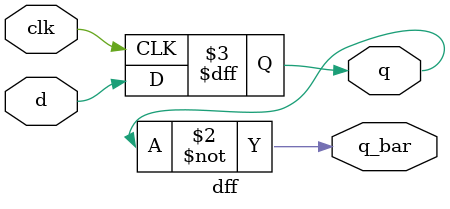
<source format=sv>
module dff(clk, d, q, q_bar);
  input d, clk;
  output reg q, q_bar;
  
  always @ (posedge clk) begin
    q <= d;
  end
  assign q_bar = ~q;
endmodule

</source>
